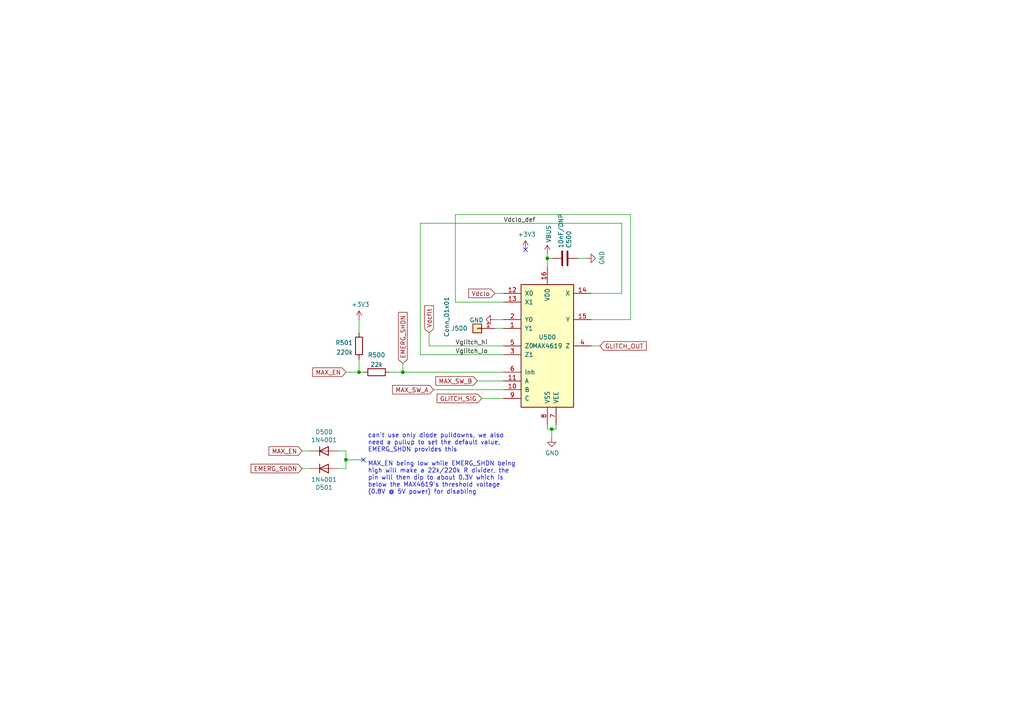
<source format=kicad_sch>
(kicad_sch (version 20211123) (generator eeschema)
  (paper "A4")
  (lib_symbols
    (symbol "4xxx:4053" (pin_names (offset 1.016))
      (property "Reference" "U" (at -7.62 19.05 0))
      (property "Value" "4053" (at -7.62 -19.05 0))
      (symbol "4053_1_0"
        (pin passive line (at -12.7 5.08 0) (length 5.08) (name "Y1") (number "1"))
        (pin input line (at -12.7 -12.7 0) (length 5.08) (name "B") (number "10"))
        (pin input line (at -12.7 -10.16 0) (length 5.08) (name "A") (number "11"))
        (pin passive line (at -12.7 15.24 0) (length 5.08) (name "X0") (number "12"))
        (pin passive line (at -12.7 12.7 0) (length 5.08) (name "X1") (number "13"))
        (pin passive line (at 12.7 15.24 180) (length 5.08) (name "X") (number "14"))
        (pin passive line (at 12.7 7.62 180) (length 5.08) (name "Y") (number "15"))
        (pin power_in line (at 0 22.86 270) (length 5.08) (name "VDD") (number "16"))
        (pin passive line (at -12.7 7.62 0) (length 5.08) (name "Y0") (number "2"))
        (pin passive line (at -12.7 -2.54 0) (length 5.08) (name "Z1") (number "3"))
        (pin passive line (at 12.7 0 180) (length 5.08) (name "Z") (number "4"))
        (pin passive line (at -12.7 0 0) (length 5.08) (name "Z0") (number "5"))
        (pin input line (at -12.7 -7.62 0) (length 5.08) (name "Inh") (number "6"))
        (pin power_in line (at 2.54 -22.86 90) (length 5.08) (name "VEE") (number "7"))
        (pin power_in line (at 0 -22.86 90) (length 5.08) (name "VSS") (number "8"))
        (pin input line (at -12.7 -15.24 0) (length 5.08) (name "C") (number "9"))
      )
      (symbol "4053_1_1"
        (rectangle (start -7.62 17.78) (end 7.62 -17.78) (stroke (width 0.254)) (fill (type background)))
      )
    )
    (symbol "Connector_Generic:Conn_01x01" (pin_names (offset 1.016) hide)
      (property "Reference" "J" (at 0 2.54 0))
      (property "Value" "Conn_01x01" (at 0 -2.54 0))
      (symbol "Conn_01x01_1_1"
        (rectangle (start -1.27 0.127) (end 0 -0.127) (stroke (width 0.1524)))
        (rectangle (start -1.27 1.27) (end 1.27 -1.27) (stroke (width 0.254)) (fill (type background)))
        (pin passive line (at -5.08 0 0) (length 3.81) (name "Pin_1") (number "1"))
      )
    )
    (symbol "Device:C" (pin_numbers hide) (pin_names (offset 0.254))
      (property "Reference" "C" (at 0.635 2.54 0))
      (property "Value" "C" (at 0.635 -2.54 0))
      (symbol "C_0_1"
        (polyline (pts (xy -2.032 -0.762) (xy 2.032 -0.762)) (stroke (width 0.508)))
        (polyline (pts (xy -2.032 0.762) (xy 2.032 0.762)) (stroke (width 0.508)))
      )
      (symbol "C_1_1"
        (pin passive line (at 0 3.81 270) (length 2.794) (name "~") (number "1"))
        (pin passive line (at 0 -3.81 90) (length 2.794) (name "~") (number "2"))
      )
    )
    (symbol "Device:D" (pin_numbers hide) (pin_names (offset 1.016) hide)
      (property "Reference" "D" (at 0 2.54 0))
      (property "Value" "D" (at 0 -2.54 0))
      (symbol "D_0_1"
        (polyline (pts (xy -1.27 1.27) (xy -1.27 -1.27)) (stroke (width 0.254)))
        (polyline (pts (xy 1.27 0) (xy -1.27 0)))
        (polyline (pts (xy 1.27 1.27) (xy 1.27 -1.27) (xy -1.27 0) (xy 1.27 1.27)) (stroke (width 0.254)))
      )
      (symbol "D_1_1"
        (pin passive line (at -3.81 0 0) (length 2.54) (name "K") (number "1"))
        (pin passive line (at 3.81 0 180) (length 2.54) (name "A") (number "2"))
      )
    )
    (symbol "Device:R" (pin_numbers hide) (pin_names (offset 0))
      (property "Reference" "R" (at 2.032 0 90))
      (property "Value" "R" (at 0 0 90))
      (symbol "R_0_1"
        (rectangle (start -1.016 -2.54) (end 1.016 2.54) (stroke (width 0.254)))
      )
      (symbol "R_1_1"
        (pin passive line (at 0 3.81 270) (length 1.27) (name "~") (number "1"))
        (pin passive line (at 0 -3.81 90) (length 1.27) (name "~") (number "2"))
      )
    )
    (symbol "power:+3V3" (power) (pin_names (offset 0))
      (property "Value" "+3V3" (at 0 3.556 0))
      (symbol "+3V3_0_1"
        (polyline (pts (xy -0.762 1.27) (xy 0 2.54)))
        (polyline (pts (xy 0 0) (xy 0 2.54)))
        (polyline (pts (xy 0 2.54) (xy 0.762 1.27)))
      )
      (symbol "+3V3_1_1"
        (pin power_in line (at 0 0 90) (length 0) hide (name "+3V3") (number "1"))
      )
    )
    (symbol "power:GND" (power) (pin_names (offset 0))
      (property "Value" "GND" (at 0 -3.81 0))
      (symbol "GND_0_1"
        (polyline (pts (xy 0 0) (xy 0 -1.27) (xy 1.27 -1.27) (xy 0 -2.54) (xy -1.27 -1.27) (xy 0 -1.27)))
      )
      (symbol "GND_1_1"
        (pin power_in line (at 0 0 270) (length 0) hide (name "GND") (number "1"))
      )
    )
    (symbol "power:VBUS" (power) (pin_names (offset 0))
      (property "Value" "VBUS" (at 0 3.81 0))
      (symbol "VBUS_0_1"
        (polyline (pts (xy -0.762 1.27) (xy 0 2.54)))
        (polyline (pts (xy 0 0) (xy 0 2.54)))
        (polyline (pts (xy 0 2.54) (xy 0.762 1.27)))
      )
      (symbol "VBUS_1_1"
        (pin power_in line (at 0 0 90) (length 0) hide (name "VBUS") (number "1"))
      )
    )
  )
  (junction (at 100.33 133.35))
  (junction (at 104.14 107.95))
  (junction (at 160.02 124.46))
  (junction (at 116.84 107.95))
  (junction (at 158.75 74.93))
  (no_connect (at 152.4 72.39))
  (no_connect (at 105.41 133.35))
  (wire (pts (xy 113.03 107.95) (xy 116.84 107.95)))
  (wire (pts (xy 138.43 110.49) (xy 146.05 110.49)))
  (wire (pts (xy 90.17 130.81) (xy 87.63 130.81)))
  (wire (pts (xy 161.29 124.46) (xy 161.29 123.19)))
  (wire (pts (xy 143.51 95.25) (xy 146.05 95.25)))
  (wire (pts (xy 121.92 102.87) (xy 146.05 102.87)))
  (wire (pts (xy 180.34 64.77) (xy 121.92 64.77)))
  (wire (pts (xy 132.08 87.63) (xy 132.08 62.23)))
  (wire (pts (xy 97.79 135.89) (xy 100.33 135.89)))
  (wire (pts (xy 180.34 64.77) (xy 180.34 85.09)))
  (wire (pts (xy 146.05 92.71) (xy 143.51 92.71)))
  (wire (pts (xy 100.33 107.95) (xy 104.14 107.95)))
  (wire (pts (xy 171.45 85.09) (xy 180.34 85.09)))
  (wire (pts (xy 160.02 124.46) (xy 161.29 124.46)))
  (wire (pts (xy 158.75 74.93) (xy 160.02 74.93)))
  (wire (pts (xy 124.46 96.52) (xy 124.46 100.33)))
  (wire (pts (xy 116.84 107.95) (xy 146.05 107.95)))
  (wire (pts (xy 124.46 100.33) (xy 146.05 100.33)))
  (wire (pts (xy 139.7 115.57) (xy 146.05 115.57)))
  (wire (pts (xy 100.33 133.35) (xy 105.41 133.35)))
  (wire (pts (xy 167.64 74.93) (xy 170.18 74.93)))
  (wire (pts (xy 116.84 105.41) (xy 116.84 107.95)))
  (wire (pts (xy 125.73 113.03) (xy 146.05 113.03)))
  (wire (pts (xy 146.05 87.63) (xy 132.08 87.63)))
  (wire (pts (xy 158.75 124.46) (xy 160.02 124.46)))
  (wire (pts (xy 158.75 77.47) (xy 158.75 74.93)))
  (wire (pts (xy 121.92 64.77) (xy 121.92 102.87)))
  (wire (pts (xy 87.63 135.89) (xy 90.17 135.89)))
  (wire (pts (xy 132.08 62.23) (xy 182.88 62.23)))
  (wire (pts (xy 158.75 124.46) (xy 158.75 123.19)))
  (wire (pts (xy 158.75 74.93) (xy 158.75 73.66)))
  (wire (pts (xy 97.79 130.81) (xy 100.33 130.81)))
  (wire (pts (xy 173.99 100.33) (xy 171.45 100.33)))
  (wire (pts (xy 104.14 92.71) (xy 104.14 96.52)))
  (wire (pts (xy 160.02 124.46) (xy 160.02 127)))
  (wire (pts (xy 100.33 130.81) (xy 100.33 133.35)))
  (wire (pts (xy 143.51 85.09) (xy 146.05 85.09)))
  (wire (pts (xy 100.33 133.35) (xy 100.33 135.89)))
  (wire (pts (xy 182.88 92.71) (xy 171.45 92.71)))
  (wire (pts (xy 105.41 107.95) (xy 104.14 107.95)))
  (wire (pts (xy 104.14 104.14) (xy 104.14 107.95)))
  (wire (pts (xy 182.88 62.23) (xy 182.88 92.71)))
  (text "can't use only diode pulldowns, we also\nneed a pullup to set the default value,\nEMERG_SHDN provides this\n\nMAX_EN being low while EMERG_SHDN being\nhigh will make a 22k/220k R divider, the\npin will then dip to about 0.3V which is\nbelow the MAX4619's threshold voltage\n(0.8V @ 5V power) for disabling" (at 106.68 143.51 0) (effects (font (size 1.27 1.27)) (justify left bottom)))
  (label "Vglitch_lo" (at 132.08 102.87 0))
  (label "Vdclo_def" (at 146.05 64.77 0))
  (label "Vglitch_hi" (at 132.08 100.33 0))
  (global_label "EMERG_SHDN" (shape input) (at 87.63 135.89 180) (property "Intersheet References" "${INTERSHEET_REFS}" (effects hide)))
  (global_label "MAX_EN" (shape input) (at 87.63 130.81 180) (property "Intersheet References" "${INTERSHEET_REFS}" (effects hide)))
  (global_label "MAX_EN" (shape input) (at 100.33 107.95 180) (property "Intersheet References" "${INTERSHEET_REFS}" (effects hide)))
  (global_label "MAX_SW_B" (shape input) (at 138.43 110.49 180) (property "Intersheet References" "${INTERSHEET_REFS}" (effects hide)))
  (global_label "Vdclo" (shape input) (at 143.51 85.09 180) (property "Intersheet References" "${INTERSHEET_REFS}" (effects hide)))
  (global_label "GLITCH_SIG" (shape input) (at 139.7 115.57 180) (property "Intersheet References" "${INTERSHEET_REFS}" (effects hide)))
  (global_label "GLITCH_OUT" (shape input) (at 173.99 100.33 0) (property "Intersheet References" "${INTERSHEET_REFS}" (effects hide)))
  (global_label "EMERG_SHDN" (shape input) (at 116.84 105.41 90) (property "Intersheet References" "${INTERSHEET_REFS}" (effects hide)))
  (global_label "Vdcflt" (shape input) (at 124.46 96.52 90) (property "Intersheet References" "${INTERSHEET_REFS}" (effects hide)))
  (global_label "MAX_SW_A" (shape input) (at 125.73 113.03 180) (property "Intersheet References" "${INTERSHEET_REFS}" (effects hide)))
  (symbol (lib_id "power:VBUS") (at 158.75 73.66 0) (unit 1)
    (property "Reference" "#PWR0156" (effects hide))
    (property "Value" "VBUS" (at 159.131 70.4088 90) (effects (justify left)))
  )
  (symbol (lib_id "Connector_Generic:Conn_01x01") (at 138.43 95.25 180) (unit 1)
    (property "Reference" "J500" (at 130.81 95.25 0) (effects (justify right)))
    (property "Value" "Conn_01x01" (at 129.54 97.79 90) (effects (justify right)))
    (property "Footprint" "Connector_PinHeader_2.54mm:PinHeader_1x01_P2.54mm_Vertical" (effects hide))
  )
  (symbol (lib_id "4xxx:4053") (at 158.75 100.33 0) (unit 1)
    (property "Reference" "U500" (at 158.75 97.79 0))
    (property "Value" "MAX4619" (at 158.75 100.33 0))
    (property "Footprint" "Package_SO:SO-16_3.9x9.9mm_P1.27mm" (effects hide))
    (property "Datasheet" "http://www.intersil.com/content/dam/Intersil/documents/cd40/cd4051bms-52bms-53bms.pdf" (effects hide))
  )
  (symbol (lib_id "power:GND") (at 160.02 127 0) (unit 1)
    (property "Reference" "#PWR0149" (effects hide))
    (property "Value" "GND" (at 160.147 131.3942 0))
  )
  (symbol (lib_id "power:GND") (at 143.51 92.71 270) (unit 1)
    (property "Reference" "#PWR0150" (effects hide))
    (property "Value" "GND" (at 140.2588 92.837 90) (effects (justify right)))
  )
  (symbol (lib_id "power:+3V3") (at 152.4 72.39 0) (unit 1)
    (property "Reference" "#PWR0152" (effects hide))
    (property "Value" "+3V3" (at 152.781 67.9958 0))
  )
  (symbol (lib_id "Device:C") (at 163.83 74.93 270) (mirror x) (unit 1)
    (property "Reference" "C500" (at 164.9984 72.009 0) (effects (justify left)))
    (property "Value" "10nF/DNP" (at 162.687 72.009 0) (effects (justify left)))
    (property "Footprint" "Capacitor_SMD:C_0805_2012Metric_Pad1.18x1.45mm_HandSolder" (effects hide))
  )
  (symbol (lib_id "Device:R") (at 109.22 107.95 90) (unit 1)
    (property "Reference" "R500" (at 109.22 102.9675 90))
    (property "Value" "22k" (at 109.22 105.7426 90))
    (property "Footprint" "Resistor_SMD:R_0805_2012Metric_Pad1.20x1.40mm_HandSolder" (effects hide))
  )
  (symbol (lib_id "power:+3V3") (at 104.14 92.71 0) (unit 1)
    (property "Reference" "#PWR0161" (effects hide))
    (property "Value" "+3V3" (at 104.521 88.3158 0))
  )
  (symbol (lib_id "Device:R") (at 104.14 100.33 0) (mirror x) (unit 1)
    (property "Reference" "R501" (at 102.362 99.4215 0) (effects (justify right)))
    (property "Value" "220k" (at 102.362 102.1966 0) (effects (justify right)))
    (property "Footprint" "Resistor_SMD:R_0805_2012Metric_Pad1.20x1.40mm_HandSolder" (effects hide))
  )
  (symbol (lib_id "power:GND") (at 170.18 74.93 90) (unit 1)
    (property "Reference" "#PWR0160" (effects hide))
    (property "Value" "GND" (at 174.5742 74.803 0))
  )
  (symbol (lib_id "Device:D") (at 93.98 130.81 0) (unit 1) (in_bom no) (on_board no)
    (property "Reference" "D500" (at 93.98 125.2982 0))
    (property "Value" "1N4001" (at 93.98 127.6096 0))
    (property "Footprint" "Diode_SMD:D_SOD-123" (effects hide))
  )
  (symbol (lib_id "Device:D") (at 93.98 135.89 0) (mirror x) (unit 1) (in_bom no) (on_board no)
    (property "Reference" "D501" (at 93.98 141.4018 0))
    (property "Value" "1N4001" (at 93.98 139.0904 0))
    (property "Footprint" "Diode_SMD:D_SOD-123" (effects hide))
  )
)
</source>
